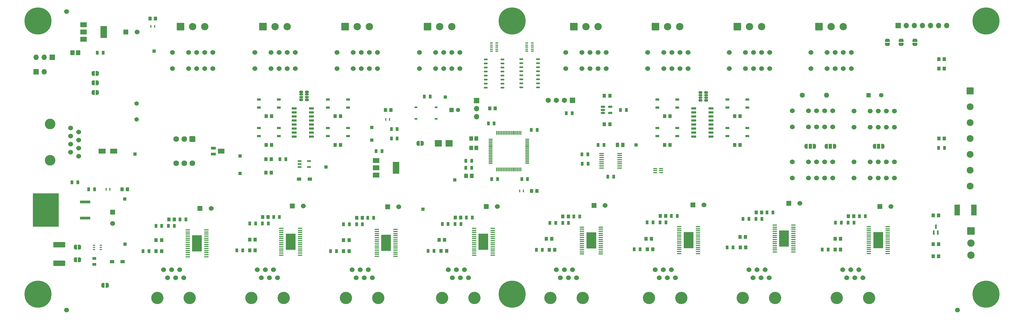
<source format=gts>
G04 #@! TF.GenerationSoftware,KiCad,Pcbnew,7.0.7*
G04 #@! TF.CreationDate,2024-06-25T14:53:43-04:00*
G04 #@! TF.ProjectId,AOML_AB_3.0_reorganized-v3,414f4d4c-5f41-4425-9f33-2e305f72656f,3*
G04 #@! TF.SameCoordinates,Original*
G04 #@! TF.FileFunction,Soldermask,Top*
G04 #@! TF.FilePolarity,Negative*
%FSLAX46Y46*%
G04 Gerber Fmt 4.6, Leading zero omitted, Abs format (unit mm)*
G04 Created by KiCad (PCBNEW 7.0.7) date 2024-06-25 14:53:43*
%MOMM*%
%LPD*%
G01*
G04 APERTURE LIST*
G04 Aperture macros list*
%AMRoundRect*
0 Rectangle with rounded corners*
0 $1 Rounding radius*
0 $2 $3 $4 $5 $6 $7 $8 $9 X,Y pos of 4 corners*
0 Add a 4 corners polygon primitive as box body*
4,1,4,$2,$3,$4,$5,$6,$7,$8,$9,$2,$3,0*
0 Add four circle primitives for the rounded corners*
1,1,$1+$1,$2,$3*
1,1,$1+$1,$4,$5*
1,1,$1+$1,$6,$7*
1,1,$1+$1,$8,$9*
0 Add four rect primitives between the rounded corners*
20,1,$1+$1,$2,$3,$4,$5,0*
20,1,$1+$1,$4,$5,$6,$7,0*
20,1,$1+$1,$6,$7,$8,$9,0*
20,1,$1+$1,$8,$9,$2,$3,0*%
%AMFreePoly0*
4,1,19,0.550000,-0.750000,0.000000,-0.750000,0.000000,-0.744911,-0.071157,-0.744911,-0.207708,-0.704816,-0.327430,-0.627875,-0.420627,-0.520320,-0.479746,-0.390866,-0.500000,-0.250000,-0.500000,0.250000,-0.479746,0.390866,-0.420627,0.520320,-0.327430,0.627875,-0.207708,0.704816,-0.071157,0.744911,0.000000,0.744911,0.000000,0.750000,0.550000,0.750000,0.550000,-0.750000,0.550000,-0.750000,
$1*%
%AMFreePoly1*
4,1,19,0.000000,0.744911,0.071157,0.744911,0.207708,0.704816,0.327430,0.627875,0.420627,0.520320,0.479746,0.390866,0.500000,0.250000,0.500000,-0.250000,0.479746,-0.390866,0.420627,-0.520320,0.327430,-0.627875,0.207708,-0.704816,0.071157,-0.744911,0.000000,-0.744911,0.000000,-0.750000,-0.550000,-0.750000,-0.550000,0.750000,0.000000,0.750000,0.000000,0.744911,0.000000,0.744911,
$1*%
%AMFreePoly2*
4,1,19,0.500000,-0.750000,0.000000,-0.750000,0.000000,-0.744911,-0.071157,-0.744911,-0.207708,-0.704816,-0.327430,-0.627875,-0.420627,-0.520320,-0.479746,-0.390866,-0.500000,-0.250000,-0.500000,0.250000,-0.479746,0.390866,-0.420627,0.520320,-0.327430,0.627875,-0.207708,0.704816,-0.071157,0.744911,0.000000,0.744911,0.000000,0.750000,0.500000,0.750000,0.500000,-0.750000,0.500000,-0.750000,
$1*%
%AMFreePoly3*
4,1,19,0.000000,0.744911,0.071157,0.744911,0.207708,0.704816,0.327430,0.627875,0.420627,0.520320,0.479746,0.390866,0.500000,0.250000,0.500000,-0.250000,0.479746,-0.390866,0.420627,-0.520320,0.327430,-0.627875,0.207708,-0.704816,0.071157,-0.744911,0.000000,-0.744911,0.000000,-0.750000,-0.500000,-0.750000,-0.500000,0.750000,0.000000,0.750000,0.000000,0.744911,0.000000,0.744911,
$1*%
G04 Aperture macros list end*
%ADD10RoundRect,0.102000X-1.050000X-1.050000X1.050000X-1.050000X1.050000X1.050000X-1.050000X1.050000X0*%
%ADD11C,2.304000*%
%ADD12C,1.524000*%
%ADD13RoundRect,0.102000X-0.975000X0.975000X-0.975000X-0.975000X0.975000X-0.975000X0.975000X0.975000X0*%
%ADD14C,2.154000*%
%ADD15R,0.855600X1.250000*%
%ADD16R,1.016000X1.219200*%
%ADD17R,1.200000X0.800000*%
%ADD18C,8.500000*%
%ADD19R,0.508000X1.473200*%
%ADD20R,0.650001X0.399999*%
%ADD21FreePoly0,0.000000*%
%ADD22R,1.000000X1.500000*%
%ADD23FreePoly1,0.000000*%
%ADD24R,1.305598X1.449997*%
%ADD25R,1.000000X1.000000*%
%ADD26RoundRect,0.150000X-0.512500X-0.150000X0.512500X-0.150000X0.512500X0.150000X-0.512500X0.150000X0*%
%ADD27R,1.524000X1.524000*%
%ADD28FreePoly2,0.000000*%
%ADD29FreePoly3,0.000000*%
%ADD30R,2.000000X1.500000*%
%ADD31R,2.000000X3.800000*%
%ADD32FreePoly2,270.000000*%
%ADD33FreePoly3,270.000000*%
%ADD34C,3.327400*%
%ADD35R,1.700000X1.700000*%
%ADD36O,1.700000X1.700000*%
%ADD37RoundRect,0.102000X-0.550000X-0.690000X0.550000X-0.690000X0.550000X0.690000X-0.550000X0.690000X0*%
%ADD38R,1.651000X1.651000*%
%ADD39C,1.651000*%
%ADD40FreePoly2,180.000000*%
%ADD41FreePoly3,180.000000*%
%ADD42R,1.778000X3.505200*%
%ADD43O,1.250000X0.549999*%
%ADD44R,1.066800X1.346200*%
%ADD45R,1.525000X0.650000*%
%ADD46RoundRect,0.102000X1.720000X-0.730000X1.720000X0.730000X-1.720000X0.730000X-1.720000X-0.730000X0*%
%ADD47RoundRect,0.102000X0.605000X0.365000X-0.605000X0.365000X-0.605000X-0.365000X0.605000X-0.365000X0*%
%ADD48R,1.193800X0.304800*%
%ADD49R,0.304800X1.193800*%
%ADD50R,2.311400X2.006600*%
%ADD51R,0.457200X0.812800*%
%ADD52R,1.475000X0.450000*%
%ADD53R,3.100000X5.180000*%
%ADD54C,1.600000*%
%ADD55O,1.600000X1.600000*%
%ADD56R,1.193800X0.508000*%
%ADD57R,0.900000X0.350000*%
%ADD58C,1.371600*%
%ADD59R,2.184400X1.625600*%
%ADD60C,1.784000*%
%ADD61RoundRect,0.102000X0.790000X0.790000X-0.790000X0.790000X-0.790000X-0.790000X0.790000X-0.790000X0*%
%ADD62R,3.200400X0.939800*%
%ADD63R,8.204200X10.591800*%
%ADD64R,1.200000X0.400000*%
%ADD65RoundRect,0.193500X-0.358500X-0.213500X0.358500X-0.213500X0.358500X0.213500X-0.358500X0.213500X0*%
%ADD66RoundRect,0.170900X-0.381100X-0.196100X0.381100X-0.196100X0.381100X0.196100X-0.381100X0.196100X0*%
%ADD67C,1.500000*%
%ADD68RoundRect,0.102000X-1.050000X1.050000X-1.050000X-1.050000X1.050000X-1.050000X1.050000X1.050000X0*%
%ADD69R,1.397000X1.397000*%
%ADD70C,1.397000*%
%ADD71R,1.549400X0.939800*%
%ADD72R,2.133600X1.498600*%
%ADD73R,0.952500X0.558800*%
%ADD74R,1.168400X1.447800*%
%ADD75R,1.250000X0.855600*%
%ADD76RoundRect,0.100000X-0.637500X-0.100000X0.637500X-0.100000X0.637500X0.100000X-0.637500X0.100000X0*%
%ADD77R,1.320800X1.320800*%
%ADD78C,1.320800*%
%ADD79C,3.860800*%
G04 APERTURE END LIST*
D10*
X102827300Y-93750000D03*
D11*
X106637300Y-93750000D03*
X110447300Y-93750000D03*
D12*
X295050000Y-125400000D03*
X300130000Y-125400000D03*
X302670000Y-125400000D03*
X305210000Y-125400000D03*
X307750000Y-125400000D03*
X307750000Y-120320000D03*
X305210000Y-120320000D03*
X302670000Y-120320000D03*
X300130000Y-120320000D03*
X295050000Y-120320000D03*
D13*
X351000000Y-114000000D03*
D14*
X351000000Y-119000000D03*
X351000000Y-124000000D03*
X351000000Y-129000000D03*
X351000000Y-134000000D03*
X351000000Y-139000000D03*
X351000000Y-144000000D03*
D15*
X73970000Y-145000000D03*
X75825600Y-145000000D03*
D16*
X276949400Y-122000000D03*
X278651200Y-122000000D03*
D15*
X150000000Y-164500000D03*
X151855600Y-164500000D03*
X316156400Y-153500000D03*
X318012000Y-153500000D03*
D17*
X252650300Y-125730000D03*
X252650300Y-128270000D03*
X258950300Y-128270000D03*
X258950300Y-125730000D03*
D18*
X58000000Y-178000000D03*
D15*
X124572200Y-155725000D03*
X126427800Y-155725000D03*
D19*
X339550001Y-158627100D03*
X340849999Y-158627100D03*
X340200000Y-156772900D03*
D20*
X75675001Y-162649999D03*
X75675001Y-163300000D03*
X75675001Y-163949999D03*
X77725002Y-163949999D03*
X77725002Y-163300000D03*
X77725002Y-162649999D03*
D12*
X275256380Y-107000000D03*
X280336380Y-107000000D03*
X282876380Y-107000000D03*
X285416380Y-107000000D03*
X287956380Y-107000000D03*
X287956380Y-101920000D03*
X285416380Y-101920000D03*
X282876380Y-101920000D03*
X280336380Y-101920000D03*
X275256380Y-101920000D03*
D21*
X305750000Y-131480000D03*
D22*
X307050000Y-131480000D03*
D23*
X308350000Y-131480000D03*
D15*
X202475000Y-141750000D03*
X200619400Y-141750000D03*
D24*
X195802799Y-132000000D03*
X194197201Y-132000000D03*
D12*
X100300000Y-107000000D03*
X105380000Y-107000000D03*
X107920000Y-107000000D03*
X110460000Y-107000000D03*
X113000000Y-107000000D03*
X113000000Y-101920000D03*
X110460000Y-101920000D03*
X107920000Y-101920000D03*
X105380000Y-101920000D03*
X100300000Y-101920000D03*
D16*
X130350900Y-153725000D03*
X128649100Y-153725000D03*
X255265100Y-153425000D03*
X253563300Y-153425000D03*
D25*
X85297800Y-148040000D03*
D26*
X235606800Y-119050000D03*
X235606800Y-120000000D03*
X235606800Y-120950000D03*
X237881800Y-120950000D03*
X237881800Y-119050000D03*
D16*
X341149100Y-107000000D03*
X342850900Y-107000000D03*
D27*
X198914200Y-150425000D03*
D12*
X202419400Y-150425000D03*
D10*
X180447300Y-93750000D03*
D11*
X184257300Y-93750000D03*
X188067300Y-93750000D03*
D28*
X75350000Y-108500000D03*
D29*
X76650000Y-108500000D03*
D30*
X72350000Y-93200000D03*
X72350000Y-95500000D03*
D31*
X78650000Y-95500000D03*
D30*
X72350000Y-97800000D03*
D32*
X329300000Y-98100000D03*
D33*
X329300000Y-99400000D03*
D15*
X102644400Y-154500000D03*
X104500000Y-154500000D03*
D16*
X341050900Y-166100000D03*
X339349100Y-166100000D03*
D10*
X277783680Y-93750000D03*
D11*
X281593680Y-93750000D03*
X285403680Y-93750000D03*
D27*
X81497800Y-152234800D03*
D12*
X81497800Y-155740000D03*
D34*
X61869001Y-124389900D03*
X61869001Y-135819900D03*
D12*
X68229001Y-125659900D03*
X70769001Y-126929900D03*
X68229001Y-128199900D03*
X70769001Y-129469900D03*
X68229001Y-130739900D03*
X70769001Y-132009900D03*
X68229001Y-133279900D03*
X70769001Y-134549900D03*
D25*
X246000000Y-131000000D03*
D16*
X124576900Y-160842600D03*
X126278700Y-160842600D03*
X154076900Y-161000000D03*
X155778700Y-161000000D03*
D25*
X148500000Y-138000000D03*
D35*
X328400000Y-93475000D03*
D36*
X330940000Y-93475000D03*
X333480000Y-93475000D03*
X336020000Y-93475000D03*
X338560000Y-93475000D03*
X341100000Y-93475000D03*
X343640000Y-93475000D03*
D15*
X234072200Y-131000000D03*
X235927800Y-131000000D03*
D27*
X293976150Y-149425000D03*
D12*
X297481350Y-149425000D03*
D16*
X285412900Y-152275000D03*
X283711100Y-152275000D03*
D12*
X223923048Y-107000000D03*
X229003048Y-107000000D03*
X231543048Y-107000000D03*
X234083048Y-107000000D03*
X236623048Y-107000000D03*
X236623048Y-101920000D03*
X234083048Y-101920000D03*
X231543048Y-101920000D03*
X229003048Y-101920000D03*
X223923048Y-101920000D03*
D32*
X333600000Y-98100000D03*
D33*
X333600000Y-99400000D03*
D16*
X314435100Y-153500000D03*
X312733300Y-153500000D03*
X95149100Y-161000000D03*
X96850900Y-161000000D03*
D15*
X241072200Y-120000000D03*
X242927800Y-120000000D03*
X199547200Y-124250000D03*
X201402800Y-124250000D03*
D25*
X88500000Y-133900000D03*
D37*
X68887000Y-102000000D03*
X70613000Y-102000000D03*
D15*
X222915200Y-155550000D03*
X224770800Y-155550000D03*
D38*
X226000000Y-117000000D03*
D39*
X223460000Y-117000000D03*
X220920000Y-117000000D03*
X218380000Y-117000000D03*
D35*
X57460000Y-108000000D03*
D36*
X60000000Y-108000000D03*
D40*
X178800000Y-130500000D03*
D41*
X177500000Y-130500000D03*
D15*
X283634200Y-154275000D03*
X285489800Y-154275000D03*
D16*
X151437100Y-122000000D03*
X153138900Y-122000000D03*
D42*
X352116200Y-151500000D03*
X346883800Y-151500000D03*
D16*
X217798200Y-160550000D03*
X219500000Y-160550000D03*
D43*
X209874999Y-104055000D03*
X209874999Y-105325000D03*
X209874999Y-106595000D03*
X209874999Y-107865000D03*
X209874999Y-109135000D03*
X209874999Y-110405000D03*
X209874999Y-111675000D03*
X209874999Y-112945000D03*
X215124999Y-112945000D03*
X215124999Y-111675000D03*
X215124999Y-110405000D03*
X215124999Y-109135000D03*
X215124999Y-107865000D03*
X215124999Y-106595000D03*
X215124999Y-105325000D03*
X215124999Y-104055000D03*
D16*
X184076900Y-160925000D03*
X185778700Y-160925000D03*
D44*
X240123700Y-131000000D03*
X241876300Y-131000000D03*
D45*
X138576000Y-119555000D03*
X138576000Y-120825000D03*
X138576000Y-122095000D03*
X138576000Y-123365000D03*
X138576000Y-124635000D03*
X138576000Y-125905000D03*
X138576000Y-127175000D03*
X138576000Y-128445000D03*
X144000000Y-128445000D03*
X144000000Y-127175000D03*
X144000000Y-125905000D03*
X144000000Y-124635000D03*
X144000000Y-123365000D03*
X144000000Y-122095000D03*
X144000000Y-120825000D03*
X144000000Y-119555000D03*
D15*
X179441600Y-115832200D03*
X181297200Y-115832200D03*
D16*
X341149100Y-104000000D03*
X342850900Y-104000000D03*
D25*
X186000000Y-116000000D03*
D15*
X304500000Y-164000000D03*
X306355600Y-164000000D03*
X154072200Y-156000000D03*
X155927800Y-156000000D03*
X249486400Y-155425000D03*
X251342000Y-155425000D03*
D25*
X162927800Y-129500000D03*
D18*
X58000000Y-92000000D03*
X356000000Y-178000000D03*
D16*
X95149100Y-164500000D03*
X96850900Y-164500000D03*
X308576900Y-160600000D03*
X310278700Y-160600000D03*
D25*
X179000000Y-151250000D03*
D12*
X295050000Y-141480000D03*
X300130000Y-141480000D03*
X302670000Y-141480000D03*
X305210000Y-141480000D03*
X307750000Y-141480000D03*
X307750000Y-136400000D03*
X305210000Y-136400000D03*
X302670000Y-136400000D03*
X300130000Y-136400000D03*
X295050000Y-136400000D03*
D17*
X127426000Y-125730000D03*
X127426000Y-128270000D03*
X133726000Y-128270000D03*
X133726000Y-125730000D03*
D46*
X64700000Y-168326000D03*
X64700000Y-162474000D03*
D21*
X320901400Y-131480000D03*
D22*
X322201400Y-131480000D03*
D23*
X323501400Y-131480000D03*
D47*
X81275000Y-167800000D03*
X84635000Y-167800000D03*
D15*
X287134200Y-152275000D03*
X288989800Y-152275000D03*
D48*
X200250001Y-129250000D03*
X200250001Y-129749999D03*
X200250001Y-130250000D03*
X200250001Y-130749999D03*
X200250001Y-131250001D03*
X200250001Y-131750000D03*
X200250001Y-132249999D03*
X200250001Y-132750000D03*
X200250001Y-133250000D03*
X200250001Y-133750001D03*
X200250001Y-134250000D03*
X200250001Y-134749999D03*
X200250001Y-135250001D03*
X200250001Y-135750000D03*
X200250001Y-136250001D03*
X200250001Y-136750000D03*
D49*
X202250000Y-138749999D03*
X202749999Y-138749999D03*
X203250000Y-138749999D03*
X203749999Y-138749999D03*
X204250001Y-138749999D03*
X204750000Y-138749999D03*
X205249999Y-138749999D03*
X205750000Y-138749999D03*
X206250000Y-138749999D03*
X206750001Y-138749999D03*
X207250000Y-138749999D03*
X207749999Y-138749999D03*
X208250001Y-138749999D03*
X208750000Y-138749999D03*
X209250001Y-138749999D03*
X209750000Y-138749999D03*
D48*
X211749999Y-136750000D03*
X211749999Y-136250001D03*
X211749999Y-135750000D03*
X211749999Y-135250001D03*
X211749999Y-134749999D03*
X211749999Y-134250000D03*
X211749999Y-133750001D03*
X211749999Y-133250000D03*
X211749999Y-132750000D03*
X211749999Y-132249999D03*
X211749999Y-131750000D03*
X211749999Y-131250001D03*
X211749999Y-130749999D03*
X211749999Y-130250000D03*
X211749999Y-129749999D03*
X211749999Y-129250000D03*
D49*
X209750000Y-127250001D03*
X209250001Y-127250001D03*
X208750000Y-127250001D03*
X208250001Y-127250001D03*
X207749999Y-127250001D03*
X207250000Y-127250001D03*
X206750001Y-127250001D03*
X206250000Y-127250001D03*
X205750000Y-127250001D03*
X205249999Y-127250001D03*
X204750000Y-127250001D03*
X204250001Y-127250001D03*
X203749999Y-127250001D03*
X203250000Y-127250001D03*
X202749999Y-127250001D03*
X202250000Y-127250001D03*
D15*
X192644450Y-153925000D03*
X194500050Y-153925000D03*
D50*
X187201800Y-130500000D03*
X183798200Y-130500000D03*
D15*
X218915200Y-155550000D03*
X220770800Y-155550000D03*
D18*
X356000000Y-92000000D03*
D17*
X149138000Y-116730000D03*
X149138000Y-119270000D03*
X155438000Y-119270000D03*
X155438000Y-116730000D03*
D18*
X207000000Y-92000000D03*
D15*
X194330600Y-136000000D03*
X192475000Y-136000000D03*
D17*
X274645000Y-116730000D03*
X274645000Y-119270000D03*
X280945000Y-119270000D03*
X280945000Y-116730000D03*
D10*
X252117014Y-93750000D03*
D11*
X255927014Y-93750000D03*
X259737014Y-93750000D03*
D15*
X128572200Y-155725000D03*
X130427800Y-155725000D03*
X237072200Y-141000000D03*
X238927800Y-141000000D03*
D12*
X300923048Y-107000000D03*
X306003048Y-107000000D03*
X308543048Y-107000000D03*
X311083048Y-107000000D03*
X313623048Y-107000000D03*
X313623048Y-101920000D03*
X311083048Y-101920000D03*
X308543048Y-101920000D03*
X306003048Y-101920000D03*
X300923048Y-101920000D03*
D15*
X229072200Y-137000000D03*
X230927800Y-137000000D03*
X120500000Y-164225000D03*
X122355600Y-164225000D03*
D17*
X252645000Y-116730000D03*
X252645000Y-119270000D03*
X258945000Y-119270000D03*
X258945000Y-116730000D03*
D15*
X257058600Y-153425000D03*
X258914200Y-153425000D03*
D35*
X62480000Y-103400000D03*
D36*
X59940000Y-103400000D03*
X57400000Y-103400000D03*
D12*
X126173333Y-107000000D03*
X131253333Y-107000000D03*
X133793333Y-107000000D03*
X136333333Y-107000000D03*
X138873333Y-107000000D03*
X138873333Y-101920000D03*
X136333333Y-101920000D03*
X133793333Y-101920000D03*
X131253333Y-101920000D03*
X126173333Y-101920000D03*
D43*
X198750000Y-104150000D03*
X198750000Y-105420000D03*
X198750000Y-106690000D03*
X198750000Y-107960000D03*
X198750000Y-109230000D03*
X198750000Y-110500000D03*
X198750000Y-111770000D03*
X198750000Y-113040000D03*
X204000000Y-113040000D03*
X204000000Y-111770000D03*
X204000000Y-110500000D03*
X204000000Y-109230000D03*
X204000000Y-107960000D03*
X204000000Y-106690000D03*
X204000000Y-105420000D03*
X204000000Y-104150000D03*
D51*
X80609700Y-145000000D03*
X79466700Y-145000000D03*
D16*
X218721300Y-164050000D03*
X220423100Y-164050000D03*
X190850950Y-153925000D03*
X189149150Y-153925000D03*
D15*
X279634200Y-154275000D03*
X281489800Y-154275000D03*
D12*
X314501400Y-141480000D03*
X319581400Y-141480000D03*
X322121400Y-141480000D03*
X324661400Y-141480000D03*
X327201400Y-141480000D03*
X327201400Y-136400000D03*
X324661400Y-136400000D03*
X322121400Y-136400000D03*
X319581400Y-136400000D03*
X314501400Y-136400000D03*
D25*
X121500000Y-134500000D03*
D27*
X167914150Y-150500000D03*
D12*
X171419350Y-150500000D03*
D16*
X151437100Y-131000000D03*
X153138900Y-131000000D03*
D25*
X189000000Y-142000000D03*
D24*
X195802799Y-129000000D03*
X194197201Y-129000000D03*
D12*
X177920000Y-107000000D03*
X183000000Y-107000000D03*
X185540000Y-107000000D03*
X188080000Y-107000000D03*
X190620000Y-107000000D03*
X190620000Y-101920000D03*
X188080000Y-101920000D03*
X185540000Y-101920000D03*
X183000000Y-101920000D03*
X177920000Y-101920000D03*
D18*
X207000000Y-178000000D03*
D16*
X86168500Y-145000000D03*
X84466700Y-145000000D03*
D15*
X308656400Y-155500000D03*
X310512000Y-155500000D03*
D25*
X162927800Y-125500000D03*
D16*
X184721300Y-164425000D03*
X186423100Y-164425000D03*
D52*
X259562000Y-156775000D03*
X259562000Y-157425000D03*
X259562000Y-158075000D03*
X259562000Y-158725000D03*
X259562000Y-159375000D03*
X259562000Y-160025000D03*
X259562000Y-160675000D03*
X259562000Y-161325000D03*
X259562000Y-161975000D03*
X259562000Y-162625000D03*
X259562000Y-163275000D03*
X259562000Y-163925000D03*
X259562000Y-164575000D03*
X259562000Y-165225000D03*
X265438000Y-165225000D03*
X265438000Y-164575000D03*
X265438000Y-163925000D03*
X265438000Y-163275000D03*
X265438000Y-162625000D03*
X265438000Y-161975000D03*
X265438000Y-161325000D03*
X265438000Y-160675000D03*
X265438000Y-160025000D03*
X265438000Y-159375000D03*
X265438000Y-158725000D03*
X265438000Y-158075000D03*
X265438000Y-157425000D03*
X265438000Y-156775000D03*
D53*
X262500000Y-161000000D03*
D25*
X85400000Y-162300000D03*
D54*
X298240000Y-115400000D03*
D55*
X305860000Y-115400000D03*
D15*
X99000000Y-156500000D03*
X100855600Y-156500000D03*
X194330600Y-138250000D03*
X192475000Y-138250000D03*
D25*
X94500000Y-101500000D03*
D15*
X230855600Y-134000000D03*
X229000000Y-134000000D03*
D56*
X140250000Y-136099998D03*
X140250000Y-137049999D03*
X140250000Y-138000000D03*
X143171000Y-138000000D03*
X143171000Y-136099998D03*
D57*
X200524999Y-98940000D03*
X200524999Y-99580000D03*
X200524999Y-100220000D03*
X200524999Y-100860000D03*
X200524999Y-101500000D03*
X202224999Y-101500000D03*
X202224999Y-100220000D03*
X202224999Y-100860000D03*
X202224999Y-99580000D03*
X202224999Y-98940000D03*
D15*
X245423100Y-163925000D03*
X247278700Y-163925000D03*
X68670000Y-142840000D03*
X70525600Y-142840000D03*
X158144400Y-156000000D03*
X160000000Y-156000000D03*
D58*
X89000000Y-123000000D03*
X89000000Y-118000000D03*
D27*
X85664150Y-95500000D03*
D12*
X89169350Y-95500000D03*
D15*
X95072200Y-156500000D03*
X96927800Y-156500000D03*
D52*
X105062000Y-157775000D03*
X105062000Y-158425000D03*
X105062000Y-159075000D03*
X105062000Y-159725000D03*
X105062000Y-160375000D03*
X105062000Y-161025000D03*
X105062000Y-161675000D03*
X105062000Y-162325000D03*
X105062000Y-162975000D03*
X105062000Y-163625000D03*
X105062000Y-164275000D03*
X105062000Y-164925000D03*
X105062000Y-165575000D03*
X105062000Y-166225000D03*
X110938000Y-166225000D03*
X110938000Y-165575000D03*
X110938000Y-164925000D03*
X110938000Y-164275000D03*
X110938000Y-163625000D03*
X110938000Y-162975000D03*
X110938000Y-162325000D03*
X110938000Y-161675000D03*
X110938000Y-161025000D03*
X110938000Y-160375000D03*
X110938000Y-159725000D03*
X110938000Y-159075000D03*
X110938000Y-158425000D03*
X110938000Y-157775000D03*
D53*
X108000000Y-162000000D03*
D59*
X81854200Y-133000000D03*
X78145800Y-133000000D03*
D12*
X314501400Y-125480000D03*
X319581400Y-125480000D03*
X322121400Y-125480000D03*
X324661400Y-125480000D03*
X327201400Y-125480000D03*
X327201400Y-120400000D03*
X324661400Y-120400000D03*
X322121400Y-120400000D03*
X319581400Y-120400000D03*
X314501400Y-120400000D03*
D16*
X254944100Y-122000000D03*
X256645900Y-122000000D03*
D28*
X75350000Y-114500000D03*
D29*
X76650000Y-114500000D03*
D10*
X128700633Y-93750000D03*
D11*
X132510633Y-93750000D03*
X136320633Y-93750000D03*
D15*
X213047200Y-126250000D03*
X214902800Y-126250000D03*
D30*
X164277800Y-135950000D03*
X164277800Y-138250000D03*
D31*
X170577800Y-138250000D03*
D30*
X164277800Y-140550000D03*
D16*
X249500000Y-163925000D03*
X251201800Y-163925000D03*
D60*
X106540000Y-136810000D03*
X104000000Y-136810000D03*
X101460000Y-136810000D03*
X101460000Y-129190000D03*
X104000000Y-129190000D03*
D61*
X106540000Y-129190000D03*
D45*
X264083000Y-119555000D03*
X264083000Y-120825000D03*
X264083000Y-122095000D03*
X264083000Y-123365000D03*
X264083000Y-124635000D03*
X264083000Y-125905000D03*
X264083000Y-127175000D03*
X264083000Y-128445000D03*
X269507000Y-128445000D03*
X269507000Y-127175000D03*
X269507000Y-125905000D03*
X269507000Y-124635000D03*
X269507000Y-123365000D03*
X269507000Y-122095000D03*
X269507000Y-120825000D03*
X269507000Y-119555000D03*
D16*
X129725100Y-131000000D03*
X131426900Y-131000000D03*
D52*
X229000000Y-156900000D03*
X229000000Y-157550000D03*
X229000000Y-158200000D03*
X229000000Y-158850000D03*
X229000000Y-159500000D03*
X229000000Y-160150000D03*
X229000000Y-160800000D03*
X229000000Y-161450000D03*
X229000000Y-162100000D03*
X229000000Y-162750000D03*
X229000000Y-163400000D03*
X229000000Y-164050000D03*
X229000000Y-164700000D03*
X229000000Y-165350000D03*
X234876000Y-165350000D03*
X234876000Y-164700000D03*
X234876000Y-164050000D03*
X234876000Y-163400000D03*
X234876000Y-162750000D03*
X234876000Y-162100000D03*
X234876000Y-161450000D03*
X234876000Y-160800000D03*
X234876000Y-160150000D03*
X234876000Y-159500000D03*
X234876000Y-158850000D03*
X234876000Y-158200000D03*
X234876000Y-157550000D03*
X234876000Y-156900000D03*
D53*
X231938000Y-161125000D03*
D16*
X159923100Y-154000000D03*
X158221300Y-154000000D03*
D27*
X137914150Y-150275000D03*
D12*
X141419350Y-150275000D03*
D62*
X72876500Y-154080000D03*
D63*
X60443200Y-151540000D03*
D62*
X72876500Y-149000000D03*
D15*
X226415200Y-153550000D03*
X228270800Y-153550000D03*
D64*
X252000000Y-138450000D03*
X252000000Y-139100000D03*
X252000000Y-139750000D03*
X253900000Y-139750000D03*
X253900000Y-139100000D03*
X253900000Y-138450000D03*
D65*
X140723000Y-114315000D03*
D66*
X140723000Y-115155000D03*
X140723000Y-115955000D03*
D65*
X140723000Y-116795000D03*
X142493000Y-116795000D03*
D66*
X142493000Y-115955000D03*
X142493000Y-115155000D03*
D65*
X142493000Y-114315000D03*
D51*
X167356300Y-123000000D03*
X168499300Y-123000000D03*
D27*
X108932800Y-150975000D03*
D12*
X112438000Y-150975000D03*
D16*
X341149100Y-129000000D03*
X342850900Y-129000000D03*
X276944100Y-131000000D03*
X278645900Y-131000000D03*
D15*
X91072200Y-164500000D03*
X92927800Y-164500000D03*
D16*
X131350900Y-139750000D03*
X129649100Y-139750000D03*
D10*
X226450348Y-93750000D03*
D11*
X230260348Y-93750000D03*
X234070348Y-93750000D03*
D15*
X211902800Y-141750000D03*
X210047200Y-141750000D03*
D67*
X67000000Y-183000000D03*
D16*
X129725100Y-122000000D03*
X131426900Y-122000000D03*
X278649100Y-160000000D03*
X280350900Y-160000000D03*
X254944100Y-131000000D03*
X256645900Y-131000000D03*
D15*
X189072250Y-155925000D03*
X190927850Y-155925000D03*
D65*
X266230000Y-114520000D03*
D66*
X266230000Y-115360000D03*
X266230000Y-116160000D03*
D65*
X266230000Y-117000000D03*
X268000000Y-117000000D03*
D66*
X268000000Y-116160000D03*
X268000000Y-115360000D03*
D65*
X268000000Y-114520000D03*
D16*
X93233300Y-91200000D03*
X94935100Y-91200000D03*
D15*
X169072200Y-126000000D03*
X170927800Y-126000000D03*
D51*
X210571500Y-145500000D03*
X209428500Y-145500000D03*
D68*
X351250000Y-158090000D03*
D11*
X351250000Y-161900000D03*
X351250000Y-165710000D03*
D27*
X232757150Y-150050000D03*
D12*
X236262350Y-150050000D03*
D69*
X319081500Y-115400000D03*
D70*
X323018500Y-115400000D03*
D16*
X249149100Y-160609250D03*
X250850900Y-160609250D03*
D71*
X113115700Y-132050000D03*
D72*
X115592200Y-133000000D03*
D71*
X113115700Y-133950000D03*
D52*
X164500000Y-157648100D03*
X164500000Y-158298100D03*
X164500000Y-158948100D03*
X164500000Y-159598100D03*
X164500000Y-160248100D03*
X164500000Y-160898100D03*
X164500000Y-161548100D03*
X164500000Y-162198100D03*
X164500000Y-162848100D03*
X164500000Y-163498100D03*
X164500000Y-164148100D03*
X164500000Y-164798100D03*
X164500000Y-165448100D03*
X164500000Y-166098100D03*
X170376000Y-166098100D03*
X170376000Y-165448100D03*
X170376000Y-164798100D03*
X170376000Y-164148100D03*
X170376000Y-163498100D03*
X170376000Y-162848100D03*
X170376000Y-162198100D03*
X170376000Y-161548100D03*
X170376000Y-160898100D03*
X170376000Y-160248100D03*
X170376000Y-159598100D03*
X170376000Y-158948100D03*
X170376000Y-158298100D03*
X170376000Y-157648100D03*
D53*
X167438000Y-161873100D03*
D16*
X100850900Y-154500000D03*
X99149100Y-154500000D03*
X200000000Y-119558800D03*
X201701800Y-119558800D03*
D17*
X127426000Y-116730000D03*
X127426000Y-119270000D03*
X133726000Y-119270000D03*
X133726000Y-116730000D03*
D28*
X75350000Y-111500000D03*
D29*
X76650000Y-111500000D03*
D35*
X195900000Y-117075000D03*
D36*
X195900000Y-119615000D03*
X195900000Y-122155000D03*
D16*
X154076900Y-164500000D03*
X155778700Y-164500000D03*
D15*
X312656400Y-155500000D03*
X314512000Y-155500000D03*
D16*
X214850900Y-145500000D03*
X213149100Y-145500000D03*
D25*
X121500000Y-140000000D03*
D52*
X134500000Y-157275000D03*
X134500000Y-157925000D03*
X134500000Y-158575000D03*
X134500000Y-159225000D03*
X134500000Y-159875000D03*
X134500000Y-160525000D03*
X134500000Y-161175000D03*
X134500000Y-161825000D03*
X134500000Y-162475000D03*
X134500000Y-163125000D03*
X134500000Y-163775000D03*
X134500000Y-164425000D03*
X134500000Y-165075000D03*
X134500000Y-165725000D03*
X140376000Y-165725000D03*
X140376000Y-165075000D03*
X140376000Y-164425000D03*
X140376000Y-163775000D03*
X140376000Y-163125000D03*
X140376000Y-162475000D03*
X140376000Y-161825000D03*
X140376000Y-161175000D03*
X140376000Y-160525000D03*
X140376000Y-159875000D03*
X140376000Y-159225000D03*
X140376000Y-158575000D03*
X140376000Y-157925000D03*
X140376000Y-157275000D03*
D53*
X137438000Y-161500000D03*
D15*
X180644400Y-164425000D03*
X182500000Y-164425000D03*
D67*
X67000000Y-89000000D03*
D15*
X169072200Y-129000000D03*
X170927800Y-129000000D03*
X214644400Y-164050000D03*
X216500000Y-164050000D03*
D73*
X176818650Y-119145800D03*
X183181350Y-119145800D03*
X176818650Y-122854200D03*
X183181350Y-122854200D03*
D52*
X289562000Y-156275000D03*
X289562000Y-156925000D03*
X289562000Y-157575000D03*
X289562000Y-158225000D03*
X289562000Y-158875000D03*
X289562000Y-159525000D03*
X289562000Y-160175000D03*
X289562000Y-160825000D03*
X289562000Y-161475000D03*
X289562000Y-162125000D03*
X289562000Y-162775000D03*
X289562000Y-163425000D03*
X289562000Y-164075000D03*
X289562000Y-164725000D03*
X295438000Y-164725000D03*
X295438000Y-164075000D03*
X295438000Y-163425000D03*
X295438000Y-162775000D03*
X295438000Y-162125000D03*
X295438000Y-161475000D03*
X295438000Y-160825000D03*
X295438000Y-160175000D03*
X295438000Y-159525000D03*
X295438000Y-158875000D03*
X295438000Y-158225000D03*
X295438000Y-157575000D03*
X295438000Y-156925000D03*
X295438000Y-156275000D03*
D53*
X292500000Y-160500000D03*
D16*
X124576900Y-164225000D03*
X126278700Y-164225000D03*
D74*
X192598700Y-140750000D03*
X194351300Y-140750000D03*
D15*
X76644400Y-102000000D03*
X78500000Y-102000000D03*
D16*
X339349100Y-153200000D03*
X341050900Y-153200000D03*
X278721300Y-163275000D03*
X280423100Y-163275000D03*
D27*
X263828350Y-149925000D03*
D12*
X267333550Y-149925000D03*
D15*
X253486400Y-155425000D03*
X255342000Y-155425000D03*
X134072200Y-135500000D03*
X135927800Y-135500000D03*
D12*
X152046666Y-107000000D03*
X157126666Y-107000000D03*
X159666666Y-107000000D03*
X162206666Y-107000000D03*
X164746666Y-107000000D03*
X164746666Y-101920000D03*
X162206666Y-101920000D03*
X159666666Y-101920000D03*
X157126666Y-101920000D03*
X152046666Y-101920000D03*
D40*
X79750000Y-175250000D03*
D41*
X78450000Y-175250000D03*
D27*
X322579000Y-150425000D03*
D12*
X326084200Y-150425000D03*
D75*
X75700000Y-166772200D03*
X75700000Y-168627800D03*
D52*
X195062000Y-157275000D03*
X195062000Y-157925000D03*
X195062000Y-158575000D03*
X195062000Y-159225000D03*
X195062000Y-159875000D03*
X195062000Y-160525000D03*
X195062000Y-161175000D03*
X195062000Y-161825000D03*
X195062000Y-162475000D03*
X195062000Y-163125000D03*
X195062000Y-163775000D03*
X195062000Y-164425000D03*
X195062000Y-165075000D03*
X195062000Y-165725000D03*
X200938000Y-165725000D03*
X200938000Y-165075000D03*
X200938000Y-164425000D03*
X200938000Y-163775000D03*
X200938000Y-163125000D03*
X200938000Y-162475000D03*
X200938000Y-161825000D03*
X200938000Y-161175000D03*
X200938000Y-160525000D03*
X200938000Y-159875000D03*
X200938000Y-159225000D03*
X200938000Y-158575000D03*
X200938000Y-157925000D03*
X200938000Y-157275000D03*
D53*
X198000000Y-161500000D03*
D12*
X249589714Y-107000000D03*
X254669714Y-107000000D03*
X257209714Y-107000000D03*
X259749714Y-107000000D03*
X262289714Y-107000000D03*
X262289714Y-101920000D03*
X259749714Y-101920000D03*
X257209714Y-101920000D03*
X254669714Y-101920000D03*
X249589714Y-101920000D03*
D28*
X69800000Y-163200000D03*
D29*
X71100000Y-163200000D03*
D16*
X237732700Y-124500000D03*
X236030900Y-124500000D03*
D15*
X132072200Y-153725000D03*
X133927800Y-153725000D03*
D57*
X211649998Y-98940000D03*
X211649998Y-99580000D03*
X211649998Y-100220000D03*
X211649998Y-100860000D03*
X211649998Y-101500000D03*
X213349998Y-101500000D03*
X213349998Y-100220000D03*
X213349998Y-100860000D03*
X213349998Y-99580000D03*
X213349998Y-98940000D03*
D47*
X140070000Y-141750000D03*
X143430000Y-141750000D03*
D15*
X341072200Y-132000000D03*
X342927800Y-132000000D03*
X161644400Y-154000000D03*
X163500000Y-154000000D03*
D16*
X224693900Y-153550000D03*
X222992100Y-153550000D03*
X339349100Y-162300000D03*
X341050900Y-162300000D03*
D15*
X164322200Y-133000000D03*
X166177800Y-133000000D03*
D17*
X274645000Y-125730000D03*
X274645000Y-128270000D03*
X280945000Y-128270000D03*
X280945000Y-125730000D03*
D16*
X308576900Y-164000000D03*
X310278700Y-164000000D03*
D32*
X325000000Y-98100000D03*
D33*
X325000000Y-99400000D03*
D51*
X94650000Y-93700000D03*
X93507000Y-93700000D03*
D17*
X149138000Y-125730000D03*
X149138000Y-128270000D03*
X155438000Y-128270000D03*
X155438000Y-125730000D03*
D16*
X168927800Y-120000000D03*
X167226000Y-120000000D03*
D15*
X185072250Y-155925000D03*
X186927850Y-155925000D03*
D52*
X319146200Y-156775000D03*
X319146200Y-157425000D03*
X319146200Y-158075000D03*
X319146200Y-158725000D03*
X319146200Y-159375000D03*
X319146200Y-160025000D03*
X319146200Y-160675000D03*
X319146200Y-161325000D03*
X319146200Y-161975000D03*
X319146200Y-162625000D03*
X319146200Y-163275000D03*
X319146200Y-163925000D03*
X319146200Y-164575000D03*
X319146200Y-165225000D03*
X325022200Y-165225000D03*
X325022200Y-164575000D03*
X325022200Y-163925000D03*
X325022200Y-163275000D03*
X325022200Y-162625000D03*
X325022200Y-161975000D03*
X325022200Y-161325000D03*
X325022200Y-160675000D03*
X325022200Y-160025000D03*
X325022200Y-159375000D03*
X325022200Y-158725000D03*
X325022200Y-158075000D03*
X325022200Y-157425000D03*
X325022200Y-156775000D03*
D53*
X322084200Y-161000000D03*
D28*
X69800000Y-167200000D03*
D29*
X71100000Y-167200000D03*
D21*
X299450000Y-131480000D03*
D22*
X300750000Y-131480000D03*
D23*
X302050000Y-131480000D03*
D15*
X225927800Y-121000000D03*
X224072200Y-121000000D03*
D16*
X237732700Y-115500000D03*
X236030900Y-115500000D03*
X131350900Y-135500000D03*
X129649100Y-135500000D03*
D10*
X154573966Y-93750000D03*
D11*
X158383966Y-93750000D03*
X162193966Y-93750000D03*
D67*
X347000000Y-183000000D03*
D15*
X274644400Y-163275000D03*
X276500000Y-163275000D03*
D76*
X235137500Y-133725000D03*
X235137500Y-134375000D03*
X235137500Y-135025000D03*
X235137500Y-135675000D03*
X235137500Y-136325000D03*
X235137500Y-136975000D03*
X235137500Y-137625000D03*
X235137500Y-138275000D03*
X240862500Y-138275000D03*
X240862500Y-137625000D03*
X240862500Y-136975000D03*
X240862500Y-136325000D03*
X240862500Y-135675000D03*
X240862500Y-135025000D03*
X240862500Y-134375000D03*
X240862500Y-133725000D03*
D77*
X188000000Y-120000000D03*
D78*
X190000000Y-120000000D03*
D10*
X303450348Y-93750000D03*
D11*
X307260348Y-93750000D03*
X311070348Y-93750000D03*
D12*
X186960000Y-170360000D03*
X188230000Y-172900000D03*
X189500000Y-170360000D03*
X190770000Y-172900000D03*
X192040000Y-170360000D03*
X193310000Y-172900000D03*
D79*
X185055000Y-179250000D03*
X195215000Y-179250000D03*
D12*
X97460000Y-170360000D03*
X98730000Y-172900000D03*
X100000000Y-170360000D03*
X101270000Y-172900000D03*
X102540000Y-170360000D03*
X103810000Y-172900000D03*
D79*
X95555000Y-179250000D03*
X105715000Y-179250000D03*
D12*
X156710000Y-170360000D03*
X157980000Y-172900000D03*
X159250000Y-170360000D03*
X160520000Y-172900000D03*
X161790000Y-170360000D03*
X163060000Y-172900000D03*
D79*
X154805000Y-179250000D03*
X164965000Y-179250000D03*
D12*
X126960000Y-170360000D03*
X128230000Y-172900000D03*
X129500000Y-170360000D03*
X130770000Y-172900000D03*
X132040000Y-170360000D03*
X133310000Y-172900000D03*
D79*
X125055000Y-179250000D03*
X135215000Y-179250000D03*
D12*
X220960000Y-170360000D03*
X222230000Y-172900000D03*
X223500000Y-170360000D03*
X224770000Y-172900000D03*
X226040000Y-170360000D03*
X227310000Y-172900000D03*
D79*
X219055000Y-179250000D03*
X229215000Y-179250000D03*
D12*
X281460000Y-170360000D03*
X282730000Y-172900000D03*
X284000000Y-170360000D03*
X285270000Y-172900000D03*
X286540000Y-170360000D03*
X287810000Y-172900000D03*
D79*
X279555000Y-179250000D03*
X289715000Y-179250000D03*
D12*
X251960000Y-170360000D03*
X253230000Y-172900000D03*
X254500000Y-170360000D03*
X255770000Y-172900000D03*
X257040000Y-170360000D03*
X258310000Y-172900000D03*
D79*
X250055000Y-179250000D03*
X260215000Y-179250000D03*
D12*
X310960000Y-170360000D03*
X312230000Y-172900000D03*
X313500000Y-170360000D03*
X314770000Y-172900000D03*
X316040000Y-170360000D03*
X317310000Y-172900000D03*
D79*
X309055000Y-179250000D03*
X319215000Y-179250000D03*
M02*

</source>
